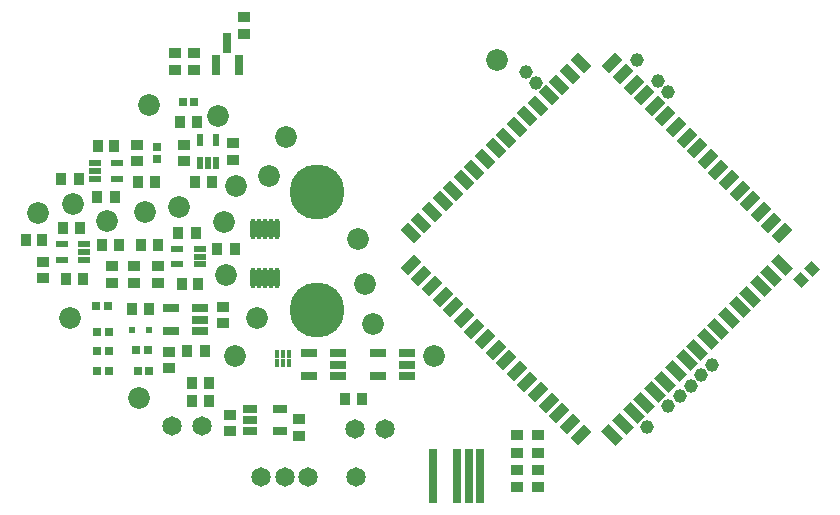
<source format=gts>
%FSLAX24Y24*%
%MOIN*%
G70*
G01*
G75*
G04 Layer_Color=8388736*
%ADD10R,0.0354X0.0276*%
%ADD11R,0.0315X0.0354*%
%ADD12R,0.0354X0.0315*%
%ADD13R,0.0236X0.0197*%
%ADD14R,0.0236X0.0591*%
%ADD15R,0.0197X0.0236*%
%ADD16R,0.0335X0.0157*%
%ADD17R,0.0276X0.0354*%
%ADD18R,0.0157X0.0335*%
%ADD19R,0.0512X0.0217*%
%ADD20R,0.0157X0.0157*%
%ADD21R,0.0118X0.0209*%
%ADD22R,0.0118X0.0193*%
%ADD23O,0.0118X0.0650*%
%ADD24R,0.0394X0.0217*%
G04:AMPARAMS|DCode=25|XSize=59.8mil|YSize=30mil|CornerRadius=0mil|HoleSize=0mil|Usage=FLASHONLY|Rotation=225.000|XOffset=0mil|YOffset=0mil|HoleType=Round|Shape=Rectangle|*
%AMROTATEDRECTD25*
4,1,4,0.0106,0.0318,0.0318,0.0106,-0.0106,-0.0318,-0.0318,-0.0106,0.0106,0.0318,0.0*
%
%ADD25ROTATEDRECTD25*%

G04:AMPARAMS|DCode=26|XSize=59.8mil|YSize=30mil|CornerRadius=0mil|HoleSize=0mil|Usage=FLASHONLY|Rotation=135.000|XOffset=0mil|YOffset=0mil|HoleType=Round|Shape=Rectangle|*
%AMROTATEDRECTD26*
4,1,4,0.0318,-0.0106,0.0106,-0.0318,-0.0318,0.0106,-0.0106,0.0318,0.0318,-0.0106,0.0*
%
%ADD26ROTATEDRECTD26*%

G04:AMPARAMS|DCode=27|XSize=60mil|YSize=30mil|CornerRadius=0mil|HoleSize=0mil|Usage=FLASHONLY|Rotation=135.000|XOffset=0mil|YOffset=0mil|HoleType=Round|Shape=Rectangle|*
%AMROTATEDRECTD27*
4,1,4,0.0318,-0.0106,0.0106,-0.0318,-0.0318,0.0106,-0.0106,0.0318,0.0318,-0.0106,0.0*
%
%ADD27ROTATEDRECTD27*%

%ADD28R,0.0240X0.1750*%
G04:AMPARAMS|DCode=29|XSize=35.4mil|YSize=31.5mil|CornerRadius=0mil|HoleSize=0mil|Usage=FLASHONLY|Rotation=315.000|XOffset=0mil|YOffset=0mil|HoleType=Round|Shape=Rectangle|*
%AMROTATEDRECTD29*
4,1,4,-0.0237,0.0014,-0.0014,0.0237,0.0237,-0.0014,0.0014,-0.0237,-0.0237,0.0014,0.0*
%
%ADD29ROTATEDRECTD29*%

%ADD30R,0.0098X0.0591*%
%ADD31R,0.0394X0.0591*%
%ADD32C,0.0120*%
%ADD33C,0.0150*%
%ADD34C,0.0200*%
%ADD35C,0.0984*%
%ADD36C,0.0591*%
%ADD37C,0.0661*%
%ADD38C,0.1772*%
%ADD39C,0.0400*%
%ADD40C,0.0320*%
%ADD41R,0.0661X0.0319*%
%ADD42C,0.0098*%
%ADD43C,0.0100*%
%ADD44C,0.0236*%
%ADD45C,0.0079*%
%ADD46C,0.0047*%
%ADD47C,0.0050*%
%ADD48C,0.0080*%
%ADD49C,0.0060*%
%ADD50R,0.0414X0.0336*%
%ADD51R,0.0375X0.0414*%
%ADD52R,0.0414X0.0375*%
%ADD53R,0.0296X0.0257*%
%ADD54R,0.0296X0.0651*%
%ADD55R,0.0257X0.0296*%
%ADD56R,0.0395X0.0217*%
%ADD57R,0.0336X0.0414*%
%ADD58R,0.0217X0.0395*%
%ADD59R,0.0572X0.0277*%
%ADD60R,0.0217X0.0217*%
%ADD61R,0.0178X0.0269*%
%ADD62R,0.0178X0.0253*%
%ADD63O,0.0178X0.0710*%
%ADD64R,0.0454X0.0277*%
G04:AMPARAMS|DCode=65|XSize=65.8mil|YSize=36mil|CornerRadius=0mil|HoleSize=0mil|Usage=FLASHONLY|Rotation=225.000|XOffset=0mil|YOffset=0mil|HoleType=Round|Shape=Rectangle|*
%AMROTATEDRECTD65*
4,1,4,0.0106,0.0360,0.0360,0.0106,-0.0106,-0.0360,-0.0360,-0.0106,0.0106,0.0360,0.0*
%
%ADD65ROTATEDRECTD65*%

G04:AMPARAMS|DCode=66|XSize=65.8mil|YSize=36mil|CornerRadius=0mil|HoleSize=0mil|Usage=FLASHONLY|Rotation=135.000|XOffset=0mil|YOffset=0mil|HoleType=Round|Shape=Rectangle|*
%AMROTATEDRECTD66*
4,1,4,0.0360,-0.0106,0.0106,-0.0360,-0.0360,0.0106,-0.0106,0.0360,0.0360,-0.0106,0.0*
%
%ADD66ROTATEDRECTD66*%

G04:AMPARAMS|DCode=67|XSize=66mil|YSize=36mil|CornerRadius=0mil|HoleSize=0mil|Usage=FLASHONLY|Rotation=135.000|XOffset=0mil|YOffset=0mil|HoleType=Round|Shape=Rectangle|*
%AMROTATEDRECTD67*
4,1,4,0.0361,-0.0106,0.0106,-0.0361,-0.0361,0.0106,-0.0106,0.0361,0.0361,-0.0106,0.0*
%
%ADD67ROTATEDRECTD67*%

%ADD68R,0.0300X0.1810*%
G04:AMPARAMS|DCode=69|XSize=41.4mil|YSize=37.5mil|CornerRadius=0mil|HoleSize=0mil|Usage=FLASHONLY|Rotation=315.000|XOffset=0mil|YOffset=0mil|HoleType=Round|Shape=Rectangle|*
%AMROTATEDRECTD69*
4,1,4,-0.0279,0.0014,-0.0014,0.0279,0.0279,-0.0014,0.0014,-0.0279,-0.0279,0.0014,0.0*
%
%ADD69ROTATEDRECTD69*%

%ADD70C,0.1044*%
%ADD71C,0.0651*%
%ADD72C,0.0721*%
%ADD73C,0.1832*%
%ADD74C,0.0460*%
D50*
X18650Y2345D02*
D03*
Y1755D02*
D03*
X19350Y2345D02*
D03*
Y1755D02*
D03*
X18650Y605D02*
D03*
Y1195D02*
D03*
X19350Y605D02*
D03*
Y1195D02*
D03*
X9200Y11505D02*
D03*
Y12095D02*
D03*
X5150Y7995D02*
D03*
Y7405D02*
D03*
D51*
X7424Y12800D02*
D03*
X7976D02*
D03*
X5226Y12000D02*
D03*
X4674D02*
D03*
X2274Y8850D02*
D03*
X2826D02*
D03*
X8376Y4100D02*
D03*
X7824D02*
D03*
X6576Y10800D02*
D03*
X6024D02*
D03*
X3624Y7550D02*
D03*
X4176D02*
D03*
X7474Y7400D02*
D03*
X8026D02*
D03*
X6124Y8700D02*
D03*
X6676D02*
D03*
D52*
X7550Y12026D02*
D03*
Y11474D02*
D03*
X7250Y15076D02*
D03*
Y14524D02*
D03*
X7900Y15076D02*
D03*
Y14524D02*
D03*
X9550Y16276D02*
D03*
Y15724D02*
D03*
X6000Y12026D02*
D03*
Y11474D02*
D03*
X5900Y7976D02*
D03*
Y7424D02*
D03*
X7050Y4574D02*
D03*
Y5126D02*
D03*
X11400Y2324D02*
D03*
Y2876D02*
D03*
X8850Y6074D02*
D03*
Y6626D02*
D03*
X2850Y7574D02*
D03*
Y8126D02*
D03*
X6700Y7424D02*
D03*
Y7976D02*
D03*
X9100Y3026D02*
D03*
Y2474D02*
D03*
D53*
X7503Y13450D02*
D03*
X7897D02*
D03*
X4613Y6640D02*
D03*
X5007D02*
D03*
X4653Y5800D02*
D03*
X5047D02*
D03*
X5047Y5150D02*
D03*
X4653D02*
D03*
X5047Y4500D02*
D03*
X4653D02*
D03*
X6003Y4500D02*
D03*
X6397D02*
D03*
X5953Y5200D02*
D03*
X6347D02*
D03*
D54*
X9000Y15424D02*
D03*
X9374Y14676D02*
D03*
X8626D02*
D03*
D55*
X6650Y11947D02*
D03*
Y11553D02*
D03*
D56*
X4576Y11406D02*
D03*
Y11150D02*
D03*
Y10894D02*
D03*
X5324D02*
D03*
Y11406D02*
D03*
X4224Y8194D02*
D03*
Y8450D02*
D03*
Y8706D02*
D03*
X3476D02*
D03*
Y8194D02*
D03*
X8074Y8044D02*
D03*
Y8300D02*
D03*
Y8556D02*
D03*
X7326D02*
D03*
Y8044D02*
D03*
D57*
X3455Y10900D02*
D03*
X4045D02*
D03*
X4655Y10300D02*
D03*
X5245D02*
D03*
X4095Y9250D02*
D03*
X3505D02*
D03*
X7655Y5150D02*
D03*
X8245D02*
D03*
X6395Y6550D02*
D03*
X5805D02*
D03*
X7805Y3500D02*
D03*
X8395D02*
D03*
X12905Y3550D02*
D03*
X13495D02*
D03*
X7905Y10800D02*
D03*
X8495D02*
D03*
X5395Y8700D02*
D03*
X4805D02*
D03*
X9245Y8550D02*
D03*
X8655D02*
D03*
X7945Y9100D02*
D03*
X7355D02*
D03*
D58*
X8094Y11426D02*
D03*
X8350D02*
D03*
X8606D02*
D03*
Y12174D02*
D03*
X8094D02*
D03*
D59*
X8092Y5826D02*
D03*
Y6200D02*
D03*
Y6574D02*
D03*
X7108D02*
D03*
Y5826D02*
D03*
X12692Y4326D02*
D03*
Y4700D02*
D03*
Y5074D02*
D03*
X11708D02*
D03*
Y4326D02*
D03*
X14992D02*
D03*
Y4700D02*
D03*
Y5074D02*
D03*
X14008D02*
D03*
Y4326D02*
D03*
D60*
X6376Y5850D02*
D03*
X5824D02*
D03*
D61*
X10653Y4760D02*
D03*
D62*
X10850Y4752D02*
D03*
X11047D02*
D03*
Y5048D02*
D03*
X10850D02*
D03*
X10653D02*
D03*
D63*
X10644Y9207D02*
D03*
X10447D02*
D03*
X10250D02*
D03*
X10053D02*
D03*
X9856D02*
D03*
X10644Y7593D02*
D03*
X10447D02*
D03*
X10250D02*
D03*
X10053D02*
D03*
X9856D02*
D03*
D64*
X10742Y3224D02*
D03*
Y2476D02*
D03*
X9758D02*
D03*
Y2850D02*
D03*
Y3224D02*
D03*
D65*
X20770Y2363D02*
D03*
X20416Y2716D02*
D03*
X20063Y3070D02*
D03*
X19709Y3423D02*
D03*
X19355Y3777D02*
D03*
X19002Y4131D02*
D03*
X18648Y4484D02*
D03*
X18295Y4838D02*
D03*
X17941Y5191D02*
D03*
X17588Y5545D02*
D03*
X17234Y5898D02*
D03*
X16881Y6252D02*
D03*
X16527Y6605D02*
D03*
X16173Y6959D02*
D03*
X15820Y7313D02*
D03*
X15466Y7666D02*
D03*
X15113Y8020D02*
D03*
X21830Y14737D02*
D03*
X22184Y14384D02*
D03*
X22537Y14030D02*
D03*
X22891Y13677D02*
D03*
X23245Y13323D02*
D03*
X23598Y12969D02*
D03*
X23952Y12616D02*
D03*
X24305Y12262D02*
D03*
X24659Y11909D02*
D03*
X25012Y11555D02*
D03*
X25366Y11202D02*
D03*
X25719Y10848D02*
D03*
X26073Y10495D02*
D03*
X26427Y10141D02*
D03*
X26780Y9787D02*
D03*
X27134Y9434D02*
D03*
X27487Y9080D02*
D03*
D66*
X15113D02*
D03*
X15466Y9434D02*
D03*
X15820Y9787D02*
D03*
X16173Y10141D02*
D03*
X16527Y10495D02*
D03*
X16881Y10848D02*
D03*
X17234Y11202D02*
D03*
X17588Y11555D02*
D03*
X17941Y11909D02*
D03*
X18295Y12262D02*
D03*
X18648Y12616D02*
D03*
X19002Y12969D02*
D03*
X19355Y13323D02*
D03*
X19709Y13677D02*
D03*
X20063Y14030D02*
D03*
X20416Y14384D02*
D03*
X20770Y14737D02*
D03*
D67*
X27487Y8020D02*
D03*
X27134Y7666D02*
D03*
X26780Y7313D02*
D03*
X26427Y6959D02*
D03*
X26073Y6605D02*
D03*
X25719Y6252D02*
D03*
X25366Y5898D02*
D03*
X25012Y5545D02*
D03*
X24659Y5191D02*
D03*
X24305Y4838D02*
D03*
X23952Y4484D02*
D03*
X23598Y4131D02*
D03*
X23245Y3777D02*
D03*
X22891Y3423D02*
D03*
X22537Y3070D02*
D03*
X22184Y2716D02*
D03*
X21830Y2363D02*
D03*
D68*
X15856Y1000D02*
D03*
X16644D02*
D03*
X17037D02*
D03*
X17431D02*
D03*
D69*
X28495Y7895D02*
D03*
X28105Y7505D02*
D03*
D70*
X12000Y10468D02*
D03*
Y6532D02*
D03*
D71*
X10125Y950D02*
D03*
X10913D02*
D03*
X11700D02*
D03*
X13275D02*
D03*
X13250Y2550D02*
D03*
X14250D02*
D03*
X7150Y2650D02*
D03*
X8150D02*
D03*
D72*
X3750Y6250D02*
D03*
X6050Y3600D02*
D03*
X9250Y5000D02*
D03*
X8700Y13000D02*
D03*
X9300Y10650D02*
D03*
X6250Y9800D02*
D03*
X3850Y10050D02*
D03*
X2700Y9750D02*
D03*
X5000Y9500D02*
D03*
X7400Y9950D02*
D03*
X6400Y13350D02*
D03*
X8900Y9450D02*
D03*
X10400Y11000D02*
D03*
X13350Y8900D02*
D03*
X10000Y6250D02*
D03*
X13600Y7400D02*
D03*
X10950Y12300D02*
D03*
X15900Y5000D02*
D03*
X13850Y6050D02*
D03*
X18000Y14850D02*
D03*
X8950Y7700D02*
D03*
D73*
X12000Y10468D02*
D03*
Y6532D02*
D03*
D74*
X18950Y14450D02*
D03*
X19300Y14086D02*
D03*
X23700Y13778D02*
D03*
X23350Y14136D02*
D03*
X22650Y14850D02*
D03*
X25150Y4700D02*
D03*
X24793Y4350D02*
D03*
X24450Y3986D02*
D03*
X24079Y3650D02*
D03*
X23700Y3322D02*
D03*
X23000Y2607D02*
D03*
M02*

</source>
